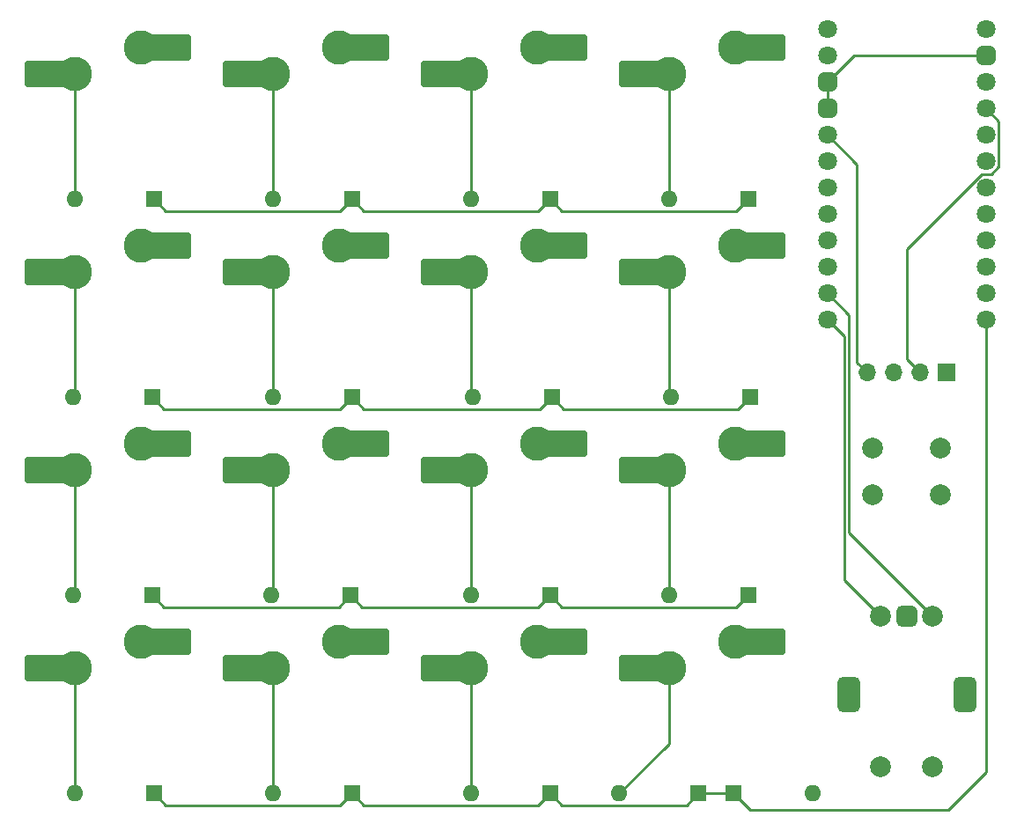
<source format=gbl>
G04 #@! TF.GenerationSoftware,KiCad,Pcbnew,7.0.10*
G04 #@! TF.CreationDate,2024-01-29T23:22:10-08:00*
G04 #@! TF.ProjectId,dilpad,64696c70-6164-42e6-9b69-6361645f7063,rev?*
G04 #@! TF.SameCoordinates,Original*
G04 #@! TF.FileFunction,Copper,L2,Bot*
G04 #@! TF.FilePolarity,Positive*
%FSLAX46Y46*%
G04 Gerber Fmt 4.6, Leading zero omitted, Abs format (unit mm)*
G04 Created by KiCad (PCBNEW 7.0.10) date 2024-01-29 23:22:10*
%MOMM*%
%LPD*%
G01*
G04 APERTURE LIST*
G04 Aperture macros list*
%AMRoundRect*
0 Rectangle with rounded corners*
0 $1 Rounding radius*
0 $2 $3 $4 $5 $6 $7 $8 $9 X,Y pos of 4 corners*
0 Add a 4 corners polygon primitive as box body*
4,1,4,$2,$3,$4,$5,$6,$7,$8,$9,$2,$3,0*
0 Add four circle primitives for the rounded corners*
1,1,$1+$1,$2,$3*
1,1,$1+$1,$4,$5*
1,1,$1+$1,$6,$7*
1,1,$1+$1,$8,$9*
0 Add four rect primitives between the rounded corners*
20,1,$1+$1,$2,$3,$4,$5,0*
20,1,$1+$1,$4,$5,$6,$7,0*
20,1,$1+$1,$6,$7,$8,$9,0*
20,1,$1+$1,$8,$9,$2,$3,0*%
G04 Aperture macros list end*
G04 #@! TA.AperFunction,ComponentPad*
%ADD10R,1.600000X1.600000*%
G04 #@! TD*
G04 #@! TA.AperFunction,ComponentPad*
%ADD11O,1.600000X1.600000*%
G04 #@! TD*
G04 #@! TA.AperFunction,ComponentPad*
%ADD12C,2.000000*%
G04 #@! TD*
G04 #@! TA.AperFunction,ComponentPad*
%ADD13C,1.800000*%
G04 #@! TD*
G04 #@! TA.AperFunction,ComponentPad*
%ADD14RoundRect,0.450000X-0.450000X-0.450000X0.450000X-0.450000X0.450000X0.450000X-0.450000X0.450000X0*%
G04 #@! TD*
G04 #@! TA.AperFunction,ComponentPad*
%ADD15RoundRect,0.500000X-0.500000X0.500000X-0.500000X-0.500000X0.500000X-0.500000X0.500000X0.500000X0*%
G04 #@! TD*
G04 #@! TA.AperFunction,ComponentPad*
%ADD16RoundRect,0.550000X-0.550000X1.150000X-0.550000X-1.150000X0.550000X-1.150000X0.550000X1.150000X0*%
G04 #@! TD*
G04 #@! TA.AperFunction,ComponentPad*
%ADD17R,1.700000X1.700000*%
G04 #@! TD*
G04 #@! TA.AperFunction,ComponentPad*
%ADD18O,1.700000X1.700000*%
G04 #@! TD*
G04 #@! TA.AperFunction,ComponentPad*
%ADD19C,3.300000*%
G04 #@! TD*
G04 #@! TA.AperFunction,SMDPad,CuDef*
%ADD20R,1.650000X2.500000*%
G04 #@! TD*
G04 #@! TA.AperFunction,SMDPad,CuDef*
%ADD21RoundRect,0.250000X1.025000X1.000000X-1.025000X1.000000X-1.025000X-1.000000X1.025000X-1.000000X0*%
G04 #@! TD*
G04 #@! TA.AperFunction,Conductor*
%ADD22C,0.250000*%
G04 #@! TD*
G04 APERTURE END LIST*
D10*
X163512500Y-126206250D03*
D11*
X155892500Y-126206250D03*
D10*
X144303750Y-145256250D03*
D11*
X136683750Y-145256250D03*
D12*
X175343750Y-131100000D03*
X181843750Y-131100000D03*
X175343750Y-135600000D03*
X181843750Y-135600000D03*
D13*
X170973750Y-90805000D03*
X170973750Y-93345000D03*
D14*
X170973750Y-95885000D03*
X170973750Y-98425000D03*
D13*
X170973750Y-100965000D03*
X170973750Y-103505000D03*
X170973750Y-106045000D03*
X170973750Y-108585000D03*
X170973750Y-111125000D03*
X170973750Y-113665000D03*
X170973750Y-116205000D03*
X170973750Y-118745000D03*
X186213750Y-90805000D03*
D14*
X186213750Y-93345000D03*
D13*
X186213750Y-95885000D03*
X186213750Y-98425000D03*
X186213750Y-100965000D03*
X186213750Y-103505000D03*
X186213750Y-106045000D03*
X186213750Y-108585000D03*
X186213750Y-111125000D03*
X186213750Y-113665000D03*
X186213750Y-116205000D03*
X186213750Y-118745000D03*
D10*
X125095000Y-145256250D03*
D11*
X117475000Y-145256250D03*
D10*
X106203750Y-107156250D03*
D11*
X98583750Y-107156250D03*
D12*
X181093750Y-147281250D03*
X176093750Y-147281250D03*
D15*
X178593750Y-147281250D03*
D16*
X184193750Y-154781250D03*
X172993750Y-154781250D03*
D12*
X176093750Y-161781250D03*
X181093750Y-161781250D03*
D10*
X163353750Y-107156250D03*
D11*
X155733750Y-107156250D03*
D10*
X106045000Y-126206250D03*
D11*
X98425000Y-126206250D03*
D10*
X161925000Y-164306250D03*
D11*
X169545000Y-164306250D03*
D10*
X125253750Y-107156250D03*
D11*
X117633750Y-107156250D03*
D10*
X163353750Y-145256250D03*
D11*
X155733750Y-145256250D03*
D17*
X182393750Y-123825000D03*
D18*
X179853750Y-123825000D03*
X177313750Y-123825000D03*
X174773750Y-123825000D03*
D10*
X125253750Y-126206250D03*
D11*
X117633750Y-126206250D03*
D10*
X144303750Y-107156250D03*
D11*
X136683750Y-107156250D03*
D10*
X158591250Y-164306250D03*
D11*
X150971250Y-164306250D03*
D10*
X144303750Y-164306250D03*
D11*
X136683750Y-164306250D03*
D10*
X106203750Y-164306250D03*
D11*
X98583750Y-164306250D03*
D10*
X144462500Y-126206250D03*
D11*
X136842500Y-126206250D03*
D10*
X125253750Y-164306250D03*
D11*
X117633750Y-164306250D03*
D10*
X106045000Y-145256250D03*
D11*
X98425000Y-145256250D03*
D19*
X117633750Y-95091250D03*
D20*
X115808750Y-95091250D03*
D21*
X114083750Y-95091250D03*
X127533750Y-92551250D03*
D20*
X125783750Y-92551250D03*
D19*
X123983750Y-92551250D03*
X155733750Y-152241250D03*
D20*
X153908750Y-152241250D03*
D21*
X152183750Y-152241250D03*
X165633750Y-149701250D03*
D20*
X163883750Y-149701250D03*
D19*
X162083750Y-149701250D03*
X98583750Y-133191250D03*
D20*
X96758750Y-133191250D03*
D21*
X95033750Y-133191250D03*
X108483750Y-130651250D03*
D20*
X106733750Y-130651250D03*
D19*
X104933750Y-130651250D03*
X98583750Y-114141250D03*
D20*
X96758750Y-114141250D03*
D21*
X95033750Y-114141250D03*
X108483750Y-111601250D03*
D20*
X106733750Y-111601250D03*
D19*
X104933750Y-111601250D03*
X98583750Y-152241250D03*
D20*
X96758750Y-152241250D03*
D21*
X95033750Y-152241250D03*
X108483750Y-149701250D03*
D20*
X106733750Y-149701250D03*
D19*
X104933750Y-149701250D03*
X117633750Y-152241250D03*
D20*
X115808750Y-152241250D03*
D21*
X114083750Y-152241250D03*
X127533750Y-149701250D03*
D20*
X125783750Y-149701250D03*
D19*
X123983750Y-149701250D03*
X136683750Y-95091250D03*
D20*
X134858750Y-95091250D03*
D21*
X133133750Y-95091250D03*
X146583750Y-92551250D03*
D20*
X144833750Y-92551250D03*
D19*
X143033750Y-92551250D03*
X136683750Y-114141250D03*
D20*
X134858750Y-114141250D03*
D21*
X133133750Y-114141250D03*
X146583750Y-111601250D03*
D20*
X144833750Y-111601250D03*
D19*
X143033750Y-111601250D03*
X117633750Y-133191250D03*
D20*
X115808750Y-133191250D03*
D21*
X114083750Y-133191250D03*
X127533750Y-130651250D03*
D20*
X125783750Y-130651250D03*
D19*
X123983750Y-130651250D03*
X136683750Y-152241250D03*
D20*
X134858750Y-152241250D03*
D21*
X133133750Y-152241250D03*
X146583750Y-149701250D03*
D20*
X144833750Y-149701250D03*
D19*
X143033750Y-149701250D03*
X98583750Y-95091250D03*
D20*
X96758750Y-95091250D03*
D21*
X95033750Y-95091250D03*
X108483750Y-92551250D03*
D20*
X106733750Y-92551250D03*
D19*
X104933750Y-92551250D03*
X155733750Y-114141250D03*
D20*
X153908750Y-114141250D03*
D21*
X152183750Y-114141250D03*
X165633750Y-111601250D03*
D20*
X163883750Y-111601250D03*
D19*
X162083750Y-111601250D03*
X155733750Y-133191250D03*
D20*
X153908750Y-133191250D03*
D21*
X152183750Y-133191250D03*
X165633750Y-130651250D03*
D20*
X163883750Y-130651250D03*
D19*
X162083750Y-130651250D03*
X117633750Y-114141250D03*
D20*
X115808750Y-114141250D03*
D21*
X114083750Y-114141250D03*
X127533750Y-111601250D03*
D20*
X125783750Y-111601250D03*
D19*
X123983750Y-111601250D03*
X136683750Y-133191250D03*
D20*
X134858750Y-133191250D03*
D21*
X133133750Y-133191250D03*
X146583750Y-130651250D03*
D20*
X144833750Y-130651250D03*
D19*
X143033750Y-130651250D03*
X155733750Y-95091250D03*
D20*
X153908750Y-95091250D03*
D21*
X152183750Y-95091250D03*
X165633750Y-92551250D03*
D20*
X163883750Y-92551250D03*
D19*
X162083750Y-92551250D03*
D22*
X145428750Y-108281250D02*
X162228750Y-108281250D01*
X106203750Y-107156250D02*
X107328750Y-108281250D01*
X162228750Y-108281250D02*
X163353750Y-107156250D01*
X124128750Y-108281250D02*
X125253750Y-107156250D01*
X125253750Y-107156250D02*
X126378750Y-108281250D01*
X107328750Y-108281250D02*
X124128750Y-108281250D01*
X144303750Y-107156250D02*
X145428750Y-108281250D01*
X126378750Y-108281250D02*
X143178750Y-108281250D01*
X143178750Y-108281250D02*
X144303750Y-107156250D01*
X98583750Y-95091250D02*
X98583750Y-107156250D01*
X117633750Y-95091250D02*
X117633750Y-107156250D01*
X136683750Y-95091250D02*
X136683750Y-107156250D01*
X155733750Y-95091250D02*
X155733750Y-107156250D01*
X143337500Y-127331250D02*
X144462500Y-126206250D01*
X124128750Y-127331250D02*
X125253750Y-126206250D01*
X126378750Y-127331250D02*
X143337500Y-127331250D01*
X144462500Y-126206250D02*
X145587500Y-127331250D01*
X106045000Y-126206250D02*
X107170000Y-127331250D01*
X162387500Y-127331250D02*
X163512500Y-126206250D01*
X145587500Y-127331250D02*
X162387500Y-127331250D01*
X125253750Y-126206250D02*
X126378750Y-127331250D01*
X107170000Y-127331250D02*
X124128750Y-127331250D01*
X98583750Y-126047500D02*
X98425000Y-126206250D01*
X98583750Y-114141250D02*
X98583750Y-126047500D01*
X117633750Y-114141250D02*
X117633750Y-126206250D01*
X136683750Y-114141250D02*
X136683750Y-126047500D01*
X136683750Y-126047500D02*
X136842500Y-126206250D01*
X155733750Y-126047500D02*
X155892500Y-126206250D01*
X155733750Y-114141250D02*
X155733750Y-126047500D01*
X126220000Y-146381250D02*
X143178750Y-146381250D01*
X145428750Y-146381250D02*
X162228750Y-146381250D01*
X125095000Y-145256250D02*
X126220000Y-146381250D01*
X107170000Y-146381250D02*
X123970000Y-146381250D01*
X106045000Y-145256250D02*
X107170000Y-146381250D01*
X143178750Y-146381250D02*
X144303750Y-145256250D01*
X123970000Y-146381250D02*
X125095000Y-145256250D01*
X144303750Y-145256250D02*
X145428750Y-146381250D01*
X162228750Y-146381250D02*
X163353750Y-145256250D01*
X98583750Y-145097500D02*
X98425000Y-145256250D01*
X98583750Y-133191250D02*
X98583750Y-145097500D01*
X117633750Y-145097500D02*
X117475000Y-145256250D01*
X117633750Y-133191250D02*
X117633750Y-145097500D01*
X136683750Y-133191250D02*
X136683750Y-145256250D01*
X155733750Y-133191250D02*
X155733750Y-145256250D01*
X182562500Y-165893750D02*
X186213750Y-162242500D01*
X163512500Y-165893750D02*
X182562500Y-165893750D01*
X161925000Y-164306250D02*
X163512500Y-165893750D01*
X157466250Y-165431250D02*
X158591250Y-164306250D01*
X106203750Y-164306250D02*
X107328750Y-165431250D01*
X124128750Y-165431250D02*
X125253750Y-164306250D01*
X125253750Y-164306250D02*
X126378750Y-165431250D01*
X144303750Y-164306250D02*
X145428750Y-165431250D01*
X126378750Y-165431250D02*
X143178750Y-165431250D01*
X145428750Y-165431250D02*
X157466250Y-165431250D01*
X158591250Y-164306250D02*
X161925000Y-164306250D01*
X186213750Y-162242500D02*
X186213750Y-118745000D01*
X143178750Y-165431250D02*
X144303750Y-164306250D01*
X107328750Y-165431250D02*
X124128750Y-165431250D01*
X98583750Y-152241250D02*
X98583750Y-164306250D01*
X117633750Y-152241250D02*
X117633750Y-164306250D01*
X136683750Y-152241250D02*
X136683750Y-164306250D01*
X155733750Y-152241250D02*
X155733750Y-159543750D01*
X155733750Y-159543750D02*
X150971250Y-164306250D01*
X186213750Y-93345000D02*
X173513750Y-93345000D01*
X173513750Y-93345000D02*
X170973750Y-95885000D01*
X170973750Y-95885000D02*
X170973750Y-98425000D01*
X178593750Y-111918750D02*
X178593750Y-122565000D01*
X185782500Y-104730000D02*
X178593750Y-111918750D01*
X186213750Y-98425000D02*
X187438750Y-99650000D01*
X187438750Y-104012412D02*
X186721162Y-104730000D01*
X178593750Y-122565000D02*
X179853750Y-123825000D01*
X187438750Y-99650000D02*
X187438750Y-104012412D01*
X186721162Y-104730000D02*
X185782500Y-104730000D01*
X173831250Y-122882500D02*
X173831250Y-103822500D01*
X173831250Y-103822500D02*
X170973750Y-100965000D01*
X174773750Y-123825000D02*
X173831250Y-122882500D01*
X173037500Y-139225000D02*
X173037500Y-118268750D01*
X181093750Y-147281250D02*
X173037500Y-139225000D01*
X173037500Y-118268750D02*
X170973750Y-116205000D01*
X172587500Y-120358750D02*
X170973750Y-118745000D01*
X176093750Y-147281250D02*
X172587500Y-143775000D01*
X172587500Y-143775000D02*
X172587500Y-120358750D01*
M02*

</source>
